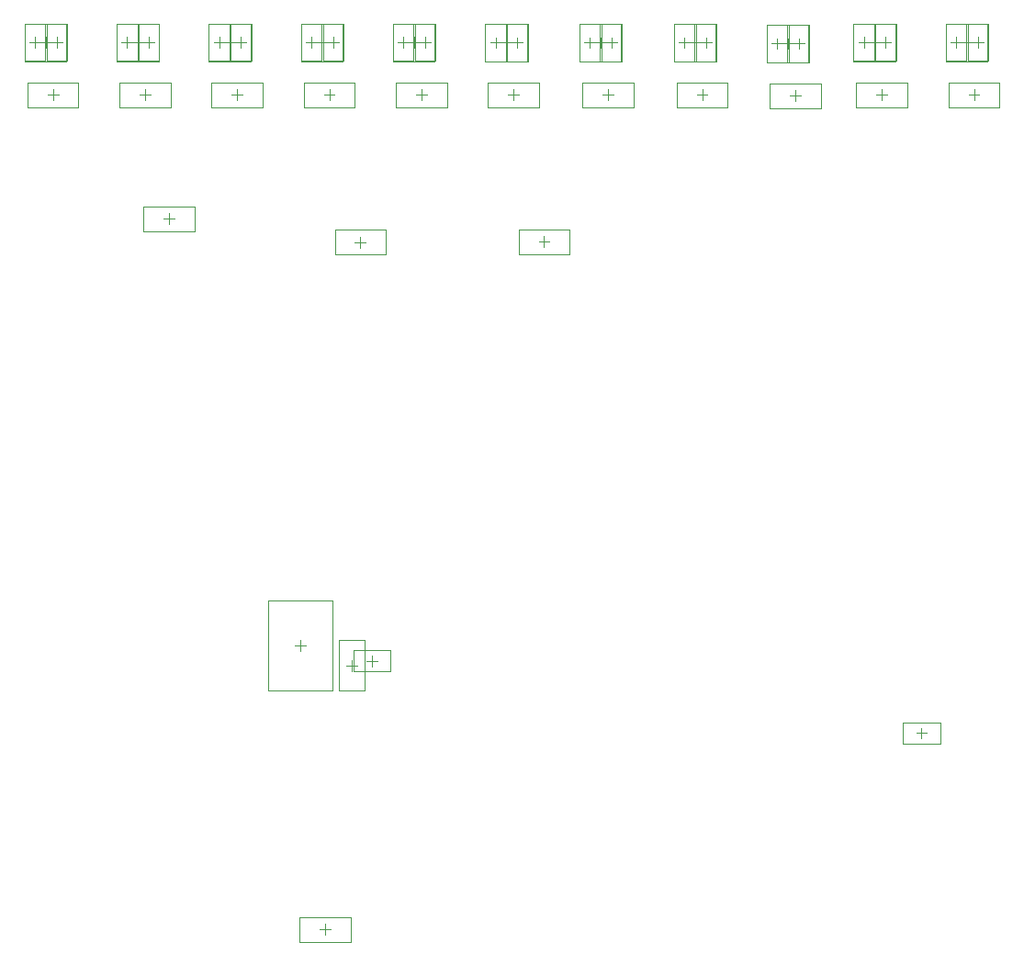
<source format=gbr>
%TF.GenerationSoftware,Altium Limited,Altium Designer,19.1.8 (144)*%
G04 Layer_Color=32768*
%FSLAX26Y26*%
%MOIN*%
%TF.FileFunction,Other,Mechanical_15*%
%TF.Part,Single*%
G01*
G75*
%TA.AperFunction,NonConductor*%
%ADD50C,0.003937*%
%ADD59C,0.001968*%
D50*
X1842000Y1667323D02*
Y1706693D01*
X1822315Y1687008D02*
X1861685D01*
X2083331Y1631000D02*
X2122701D01*
X2103016Y1611315D02*
Y1650685D01*
X2707315Y3152000D02*
X2746685D01*
X2727000Y3132315D02*
Y3171685D01*
X1932000Y636315D02*
Y675685D01*
X1912315Y656000D02*
X1951685D01*
X2060000Y3130315D02*
Y3169685D01*
X2040315Y3150000D02*
X2079685D01*
X1365276Y3215315D02*
Y3254685D01*
X1345591Y3235000D02*
X1384961D01*
X2009315Y1614000D02*
X2048685D01*
X2029000Y1594315D02*
Y1633685D01*
X1593187Y3686000D02*
X1632557D01*
X1612872Y3666315D02*
Y3705685D01*
X1258896Y3686000D02*
X1298266D01*
X1278581Y3666315D02*
Y3705685D01*
X924606Y3686000D02*
X963976D01*
X944291Y3666315D02*
Y3705685D01*
X879016Y3856039D02*
Y3895410D01*
X859331Y3875724D02*
X898701D01*
X1213307Y3856039D02*
Y3895410D01*
X1193622Y3875724D02*
X1232992D01*
X1547597Y3856039D02*
Y3895410D01*
X1527912Y3875724D02*
X1567282D01*
X1881888Y3856039D02*
Y3895410D01*
X1862203Y3875724D02*
X1901573D01*
X1927477Y3686000D02*
X1966848D01*
X1947162Y3666315D02*
Y3705685D01*
X2216179Y3856039D02*
Y3895410D01*
X2196494Y3875724D02*
X2235864D01*
X3280930Y3685173D02*
X3320300D01*
X3300615Y3665488D02*
Y3704858D01*
X4267512Y3686000D02*
X4306882D01*
X4287197Y3666315D02*
Y3705685D01*
X3933221Y3686000D02*
X3972591D01*
X3952906Y3666315D02*
Y3705685D01*
X3887632Y3856039D02*
Y3895410D01*
X3867947Y3875724D02*
X3907317D01*
X4221922Y3856039D02*
Y3895410D01*
X4202237Y3875724D02*
X4241607D01*
X3235341Y3855213D02*
Y3894583D01*
X3215656Y3874898D02*
X3255026D01*
X2550709Y3855038D02*
Y3894408D01*
X2531023Y3874723D02*
X2570394D01*
X3572709Y3851865D02*
Y3891235D01*
X3553023Y3871550D02*
X3592394D01*
X2938298Y3684999D02*
X2977668D01*
X2957983Y3665314D02*
Y3704684D01*
X2261768Y3686000D02*
X2301138D01*
X2281453Y3666315D02*
Y3705685D01*
X2596298Y3684998D02*
X2635668D01*
X2615983Y3665313D02*
Y3704683D01*
X3618298Y3681826D02*
X3657668D01*
X3637983Y3662141D02*
Y3701511D01*
X2892709Y3855039D02*
Y3894409D01*
X2873023Y3874724D02*
X2912394D01*
X4077174Y1368000D02*
X4116544D01*
X4096859Y1348315D02*
Y1387685D01*
X3294948Y3874898D02*
X3334318D01*
X3314633Y3855213D02*
Y3894584D01*
X3947238Y3875725D02*
X3986608D01*
X3966923Y3856040D02*
Y3895410D01*
X4281529Y3875725D02*
X4320899D01*
X4301214Y3856040D02*
Y3895410D01*
X1941495Y3875725D02*
X1980864D01*
X1961179Y3856040D02*
Y3895410D01*
X2275785Y3875725D02*
X2315155D01*
X2295470Y3856040D02*
Y3895410D01*
X2952315Y3874724D02*
X2991685D01*
X2972000Y3855039D02*
Y3894410D01*
X3632315Y3871551D02*
X3671685D01*
X3652000Y3851866D02*
Y3891236D01*
X2610315Y3874724D02*
X2649685D01*
X2630000Y3855039D02*
Y3894409D01*
X1607204Y3875725D02*
X1646574D01*
X1626889Y3856040D02*
Y3895410D01*
X938623Y3875725D02*
X977993D01*
X958308Y3856040D02*
Y3895410D01*
X1251693Y3856040D02*
Y3895410D01*
X1232008Y3875725D02*
X1271378D01*
X917402Y3856040D02*
Y3895410D01*
X897717Y3875725D02*
X937087D01*
X1585983Y3856040D02*
Y3895410D01*
X1566298Y3875725D02*
X1605668D01*
X2589094Y3855039D02*
Y3894409D01*
X2569409Y3874724D02*
X2608779D01*
X3611094Y3851866D02*
Y3891236D01*
X3591409Y3871551D02*
X3630779D01*
X2931094Y3855039D02*
Y3894410D01*
X2911409Y3874724D02*
X2950779D01*
X2254564Y3856040D02*
Y3895410D01*
X2234879Y3875725D02*
X2274249D01*
X1920274Y3856040D02*
Y3895410D01*
X1900589Y3875725D02*
X1939959D01*
X4260308Y3856040D02*
Y3895410D01*
X4240623Y3875725D02*
X4279993D01*
X3926017Y3856040D02*
Y3895410D01*
X3906332Y3875725D02*
X3945702D01*
X3273727Y3855213D02*
Y3894584D01*
X3254042Y3874899D02*
X3293412D01*
X1272913Y3875725D02*
X1312283D01*
X1292598Y3856040D02*
Y3895410D01*
D59*
X1723890Y1523622D02*
X1960110D01*
X1723890Y1850394D02*
X1960110D01*
X1723890Y1523622D02*
Y1850394D01*
X1960110Y1523622D02*
Y1850394D01*
X2036087Y1593598D02*
Y1668402D01*
X2169945Y1593598D02*
Y1668402D01*
X2036087Y1593598D02*
X2169945D01*
X2036087Y1668402D02*
X2169945D01*
X2819520Y3106724D02*
Y3197276D01*
X2634480Y3106724D02*
Y3197276D01*
X2819520D01*
X2634480Y3106724D02*
X2819520D01*
X1839480Y701276D02*
X2024520D01*
X1839480Y610724D02*
X2024520D01*
Y701276D01*
X1839480Y610724D02*
Y701276D01*
X1967480Y3104724D02*
X2152520D01*
X1967480Y3195276D02*
X2152520D01*
X1967480Y3104724D02*
Y3195276D01*
X2152520Y3104724D02*
Y3195276D01*
X1272756Y3189724D02*
X1457795D01*
X1272756Y3280276D02*
X1457795D01*
X1272756Y3189724D02*
Y3280276D01*
X1457795Y3189724D02*
Y3280276D01*
X2074276Y1521480D02*
Y1706520D01*
X1983724Y1521480D02*
Y1706520D01*
X2074276D01*
X1983724Y1521480D02*
X2074276D01*
X1705391Y3640724D02*
Y3731276D01*
X1520352Y3640724D02*
Y3731276D01*
Y3640724D02*
X1705391D01*
X1520352Y3731276D02*
X1705391D01*
X1371101Y3640724D02*
Y3731276D01*
X1186062Y3640724D02*
Y3731276D01*
Y3640724D02*
X1371101D01*
X1186062Y3731276D02*
X1371101D01*
X1036810Y3640724D02*
Y3731276D01*
X851771Y3640724D02*
Y3731276D01*
Y3640724D02*
X1036810D01*
X851771Y3731276D02*
X1036810D01*
X841615Y3808795D02*
X916418D01*
X841615Y3942654D02*
X916418D01*
X841615Y3808795D02*
Y3942654D01*
X916418Y3808795D02*
Y3942654D01*
X1175905Y3808795D02*
X1250708D01*
X1175905Y3942654D02*
X1250708D01*
X1175905Y3808795D02*
Y3942654D01*
X1250708Y3808795D02*
Y3942654D01*
X1510196Y3808795D02*
X1584999D01*
X1510196Y3942654D02*
X1584999D01*
X1510196Y3808795D02*
Y3942654D01*
X1584999Y3808795D02*
Y3942654D01*
X1844486Y3808795D02*
X1919290D01*
X1844486Y3942654D02*
X1919290D01*
X1844486Y3808795D02*
Y3942654D01*
X1919290Y3808795D02*
Y3942654D01*
X2039682Y3640724D02*
Y3731276D01*
X1854643Y3640724D02*
Y3731276D01*
Y3640724D02*
X2039682D01*
X1854643Y3731276D02*
X2039682D01*
X2178777Y3808795D02*
X2253580D01*
X2178777Y3942654D02*
X2253580D01*
X2178777Y3808795D02*
Y3942654D01*
X2253580Y3808795D02*
Y3942654D01*
X3393135Y3639898D02*
Y3730449D01*
X3208096Y3639898D02*
Y3730449D01*
Y3639898D02*
X3393135D01*
X3208096Y3730449D02*
X3393135D01*
X4379716Y3640724D02*
Y3731276D01*
X4194677Y3640724D02*
Y3731276D01*
Y3640724D02*
X4379716D01*
X4194677Y3731276D02*
X4379716D01*
X4045426Y3640724D02*
Y3731276D01*
X3860386Y3640724D02*
Y3731276D01*
Y3640724D02*
X4045426D01*
X3860386Y3731276D02*
X4045426D01*
X3850230Y3808795D02*
X3925033D01*
X3850230Y3942654D02*
X3925033D01*
X3850230Y3808795D02*
Y3942654D01*
X3925033Y3808795D02*
Y3942654D01*
X4184521Y3808795D02*
X4259324D01*
X4184521Y3942654D02*
X4259324D01*
X4184521Y3808795D02*
Y3942654D01*
X4259324Y3808795D02*
Y3942654D01*
X3197939Y3807968D02*
X3272743D01*
X3197939Y3941827D02*
X3272743D01*
X3197939Y3807968D02*
Y3941827D01*
X3272743Y3807968D02*
Y3941827D01*
X2513307Y3807794D02*
X2588110D01*
X2513307Y3941652D02*
X2588110D01*
X2513307Y3807794D02*
Y3941652D01*
X2588110Y3807794D02*
Y3941652D01*
X3535307Y3804621D02*
X3610110D01*
X3535307Y3938480D02*
X3610110D01*
X3535307Y3804621D02*
Y3938480D01*
X3610110Y3804621D02*
Y3938480D01*
X3050503Y3639724D02*
Y3730275D01*
X2865463Y3639724D02*
Y3730275D01*
Y3639724D02*
X3050503D01*
X2865463Y3730275D02*
X3050503D01*
X2373973Y3640724D02*
Y3731276D01*
X2188933Y3640724D02*
Y3731276D01*
Y3640724D02*
X2373973D01*
X2188933Y3731276D02*
X2373973D01*
X2708503Y3639723D02*
Y3730274D01*
X2523463Y3639723D02*
Y3730274D01*
Y3639723D02*
X2708503D01*
X2523463Y3730274D02*
X2708503D01*
X3730503Y3636550D02*
Y3727102D01*
X3545463Y3636550D02*
Y3727102D01*
Y3636550D02*
X3730503D01*
X3545463Y3727102D02*
X3730503D01*
X2855307Y3807794D02*
X2930110D01*
X2855307Y3941653D02*
X2930110D01*
X2855307Y3807794D02*
Y3941653D01*
X2930110Y3807794D02*
Y3941653D01*
X4029930Y1330598D02*
Y1405402D01*
X4163789Y1330598D02*
Y1405402D01*
X4029930D02*
X4163789D01*
X4029930Y1330598D02*
X4163789D01*
X3352034Y3807969D02*
Y3941828D01*
X3277231Y3807969D02*
Y3941828D01*
X3352034D01*
X3277231Y3807969D02*
X3352034D01*
X4004325Y3808796D02*
Y3942654D01*
X3929521Y3808796D02*
Y3942654D01*
X4004325D01*
X3929521Y3808796D02*
X4004325D01*
X4338615D02*
Y3942654D01*
X4263812Y3808796D02*
Y3942654D01*
X4338615D01*
X4263812Y3808796D02*
X4338615D01*
X1998581D02*
Y3942654D01*
X1923778Y3808796D02*
Y3942654D01*
X1998581D01*
X1923778Y3808796D02*
X1998581D01*
X2332872D02*
Y3942654D01*
X2258068Y3808796D02*
Y3942654D01*
X2332872D01*
X2258068Y3808796D02*
X2332872D01*
X3009402Y3807795D02*
Y3941654D01*
X2934598Y3807795D02*
Y3941654D01*
X3009402D01*
X2934598Y3807795D02*
X3009402D01*
X3689402Y3804622D02*
Y3938480D01*
X3614598Y3804622D02*
Y3938480D01*
X3689402D01*
X3614598Y3804622D02*
X3689402D01*
X2667402Y3807794D02*
Y3941653D01*
X2592598Y3807794D02*
Y3941653D01*
X2667402D01*
X2592598Y3807794D02*
X2667402D01*
X1664291Y3808796D02*
Y3942654D01*
X1589487Y3808796D02*
Y3942654D01*
X1664291D01*
X1589487Y3808796D02*
X1664291D01*
X995709D02*
Y3942654D01*
X920906Y3808796D02*
Y3942654D01*
X995709D01*
X920906Y3808796D02*
X995709D01*
X1175905Y3944623D02*
X1327480D01*
X1175905Y3806828D02*
X1327480D01*
Y3944623D01*
X1175905Y3806828D02*
Y3944623D01*
X841615Y3944623D02*
X993189D01*
X841615Y3806828D02*
X993189D01*
Y3944623D01*
X841615Y3806828D02*
Y3944623D01*
X1510196Y3944623D02*
X1661771D01*
X1510196Y3806828D02*
X1661771D01*
Y3944623D01*
X1510196Y3806828D02*
Y3944623D01*
X2513307Y3943621D02*
X2664882D01*
X2513307Y3805826D02*
X2664882D01*
Y3943621D01*
X2513307Y3805826D02*
Y3943621D01*
X3535307Y3940449D02*
X3686882D01*
X3535307Y3802654D02*
X3686882D01*
Y3940449D01*
X3535307Y3802654D02*
Y3940449D01*
X2855307Y3943622D02*
X3006882D01*
X2855307Y3805827D02*
X3006882D01*
Y3943622D01*
X2855307Y3805827D02*
Y3943622D01*
X2178777Y3944623D02*
X2330352D01*
X2178777Y3806828D02*
X2330352D01*
Y3944623D01*
X2178777Y3806828D02*
Y3944623D01*
X1844486D02*
X1996061D01*
X1844486Y3806828D02*
X1996061D01*
Y3944623D01*
X1844486Y3806828D02*
Y3944623D01*
X4184521Y3944623D02*
X4336096D01*
X4184521Y3806828D02*
X4336096D01*
Y3944623D01*
X4184521Y3806828D02*
Y3944623D01*
X3850230D02*
X4001805D01*
X3850230Y3806828D02*
X4001805D01*
Y3944623D01*
X3850230Y3806828D02*
Y3944623D01*
X3197939Y3943796D02*
X3349514D01*
X3197939Y3806001D02*
X3349514D01*
Y3943796D01*
X3197939Y3806001D02*
Y3943796D01*
X1330000Y3808796D02*
Y3942654D01*
X1255197Y3808796D02*
Y3942654D01*
X1330000D01*
X1255197Y3808796D02*
X1330000D01*
%TF.MD5,8deed5747239dd40f793a9105d997d5f*%
M02*

</source>
